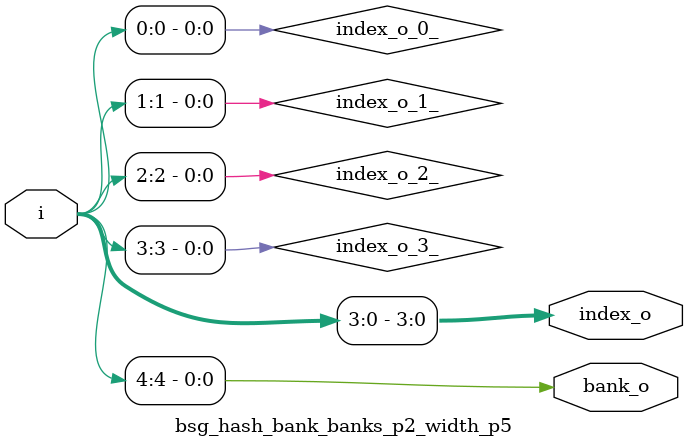
<source format=v>
module bsg_hash_bank_banks_p2_width_p5
(
  i,
  bank_o,
  index_o
);
  input [4:0] i;
  output [0:0] bank_o;
  output [3:0] index_o;
  wire [0:0] bank_o;
  wire [3:0] index_o;
  wire index_o_3_,index_o_2_,index_o_1_,index_o_0_;
  assign bank_o[0] = i[4];
  assign index_o_3_ = i[3];
  assign index_o[3] = index_o_3_;
  assign index_o_2_ = i[2];
  assign index_o[2] = index_o_2_;
  assign index_o_1_ = i[1];
  assign index_o[1] = index_o_1_;
  assign index_o_0_ = i[0];
  assign index_o[0] = index_o_0_;
endmodule
</source>
